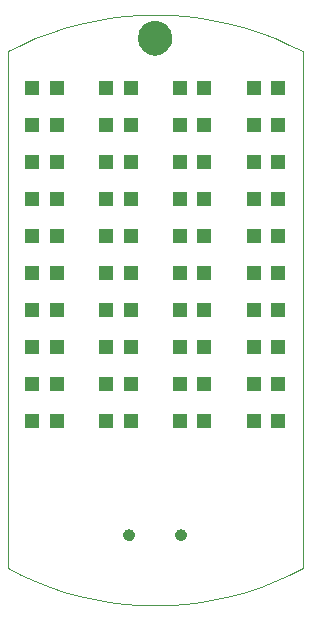
<source format=gbs>
G75*
G70*
%OFA0B0*%
%FSLAX24Y24*%
%IPPOS*%
%LPD*%
%AMOC8*
5,1,8,0,0,1.08239X$1,22.5*
%
%ADD10C,0.0010*%
%ADD11C,0.0000*%
%ADD12C,0.1142*%
%ADD13R,0.0512X0.0512*%
%ADD14C,0.0394*%
D10*
X001794Y001371D02*
X001794Y018596D01*
X001794Y001371D02*
X002251Y001141D01*
X002720Y000934D01*
X003198Y000750D01*
X003685Y000590D01*
X004179Y000453D01*
X004679Y000341D01*
X005183Y000254D01*
X005692Y000191D01*
X006203Y000154D01*
X006715Y000141D01*
X007227Y000154D01*
X007738Y000191D01*
X008247Y000254D01*
X008751Y000341D01*
X009251Y000453D01*
X009745Y000590D01*
X010232Y000750D01*
X010710Y000934D01*
X011179Y001141D01*
X011636Y001371D01*
X011637Y001371D02*
X011637Y018596D01*
X011636Y018596D02*
X011179Y018826D01*
X010710Y019033D01*
X010232Y019217D01*
X009745Y019377D01*
X009251Y019514D01*
X008751Y019626D01*
X008247Y019713D01*
X007738Y019776D01*
X007227Y019813D01*
X006715Y019826D01*
X006203Y019813D01*
X005692Y019776D01*
X005183Y019713D01*
X004679Y019626D01*
X004179Y019514D01*
X003685Y019377D01*
X003198Y019217D01*
X002720Y019033D01*
X002251Y018826D01*
X001794Y018596D01*
D11*
X006143Y019041D02*
X006145Y019088D01*
X006151Y019134D01*
X006161Y019180D01*
X006174Y019225D01*
X006192Y019268D01*
X006213Y019310D01*
X006237Y019350D01*
X006265Y019387D01*
X006296Y019422D01*
X006330Y019455D01*
X006366Y019484D01*
X006405Y019510D01*
X006446Y019533D01*
X006489Y019552D01*
X006533Y019568D01*
X006578Y019580D01*
X006624Y019588D01*
X006671Y019592D01*
X006717Y019592D01*
X006764Y019588D01*
X006810Y019580D01*
X006855Y019568D01*
X006899Y019552D01*
X006942Y019533D01*
X006983Y019510D01*
X007022Y019484D01*
X007058Y019455D01*
X007092Y019422D01*
X007123Y019387D01*
X007151Y019350D01*
X007175Y019310D01*
X007196Y019268D01*
X007214Y019225D01*
X007227Y019180D01*
X007237Y019134D01*
X007243Y019088D01*
X007245Y019041D01*
X007243Y018994D01*
X007237Y018948D01*
X007227Y018902D01*
X007214Y018857D01*
X007196Y018814D01*
X007175Y018772D01*
X007151Y018732D01*
X007123Y018695D01*
X007092Y018660D01*
X007058Y018627D01*
X007022Y018598D01*
X006983Y018572D01*
X006942Y018549D01*
X006899Y018530D01*
X006855Y018514D01*
X006810Y018502D01*
X006764Y018494D01*
X006717Y018490D01*
X006671Y018490D01*
X006624Y018494D01*
X006578Y018502D01*
X006533Y018514D01*
X006489Y018530D01*
X006446Y018549D01*
X006405Y018572D01*
X006366Y018598D01*
X006330Y018627D01*
X006296Y018660D01*
X006265Y018695D01*
X006237Y018732D01*
X006213Y018772D01*
X006192Y018814D01*
X006174Y018857D01*
X006161Y018902D01*
X006151Y018948D01*
X006145Y018994D01*
X006143Y019041D01*
X005651Y002481D02*
X005653Y002507D01*
X005659Y002533D01*
X005669Y002558D01*
X005682Y002581D01*
X005698Y002601D01*
X005718Y002619D01*
X005740Y002634D01*
X005763Y002646D01*
X005789Y002654D01*
X005815Y002658D01*
X005841Y002658D01*
X005867Y002654D01*
X005893Y002646D01*
X005917Y002634D01*
X005938Y002619D01*
X005958Y002601D01*
X005974Y002581D01*
X005987Y002558D01*
X005997Y002533D01*
X006003Y002507D01*
X006005Y002481D01*
X006003Y002455D01*
X005997Y002429D01*
X005987Y002404D01*
X005974Y002381D01*
X005958Y002361D01*
X005938Y002343D01*
X005916Y002328D01*
X005893Y002316D01*
X005867Y002308D01*
X005841Y002304D01*
X005815Y002304D01*
X005789Y002308D01*
X005763Y002316D01*
X005739Y002328D01*
X005718Y002343D01*
X005698Y002361D01*
X005682Y002381D01*
X005669Y002404D01*
X005659Y002429D01*
X005653Y002455D01*
X005651Y002481D01*
X007383Y002481D02*
X007385Y002507D01*
X007391Y002533D01*
X007401Y002558D01*
X007414Y002581D01*
X007430Y002601D01*
X007450Y002619D01*
X007472Y002634D01*
X007495Y002646D01*
X007521Y002654D01*
X007547Y002658D01*
X007573Y002658D01*
X007599Y002654D01*
X007625Y002646D01*
X007649Y002634D01*
X007670Y002619D01*
X007690Y002601D01*
X007706Y002581D01*
X007719Y002558D01*
X007729Y002533D01*
X007735Y002507D01*
X007737Y002481D01*
X007735Y002455D01*
X007729Y002429D01*
X007719Y002404D01*
X007706Y002381D01*
X007690Y002361D01*
X007670Y002343D01*
X007648Y002328D01*
X007625Y002316D01*
X007599Y002308D01*
X007573Y002304D01*
X007547Y002304D01*
X007521Y002308D01*
X007495Y002316D01*
X007471Y002328D01*
X007450Y002343D01*
X007430Y002361D01*
X007414Y002381D01*
X007401Y002404D01*
X007391Y002429D01*
X007385Y002455D01*
X007383Y002481D01*
D12*
X006694Y019041D03*
D13*
X005898Y017366D03*
X005898Y016135D03*
X005898Y014905D03*
X005898Y013675D03*
X005898Y012444D03*
X005898Y011214D03*
X005072Y011214D03*
X005072Y012444D03*
X005072Y013675D03*
X005072Y014905D03*
X005072Y016135D03*
X005072Y017366D03*
X003438Y017366D03*
X003438Y016135D03*
X003438Y014905D03*
X003438Y013675D03*
X003438Y012444D03*
X003438Y011214D03*
X002611Y011214D03*
X002611Y012444D03*
X002611Y013675D03*
X002611Y014905D03*
X002611Y016135D03*
X002611Y017366D03*
X002611Y009984D03*
X002611Y008753D03*
X002611Y007523D03*
X002611Y006293D03*
X003438Y006293D03*
X003438Y007523D03*
X003438Y008753D03*
X003438Y009984D03*
X005072Y009984D03*
X005072Y008753D03*
X005072Y007523D03*
X005072Y006293D03*
X005898Y006293D03*
X005898Y007523D03*
X005898Y008753D03*
X005898Y009984D03*
X007532Y009984D03*
X007532Y008753D03*
X007532Y007523D03*
X007532Y006293D03*
X008359Y006293D03*
X008359Y007523D03*
X008359Y008753D03*
X008359Y009984D03*
X008359Y011214D03*
X008359Y012444D03*
X008359Y013675D03*
X008359Y014905D03*
X008359Y016135D03*
X008359Y017366D03*
X007532Y017366D03*
X007532Y016135D03*
X007532Y014905D03*
X007532Y013675D03*
X007532Y012444D03*
X007532Y011214D03*
X009993Y011214D03*
X009993Y012444D03*
X009993Y013675D03*
X009993Y014905D03*
X009993Y016135D03*
X009993Y017366D03*
X010820Y017366D03*
X010820Y016135D03*
X010820Y014905D03*
X010820Y013675D03*
X010820Y012444D03*
X010820Y011214D03*
X010820Y009984D03*
X010820Y008753D03*
X010820Y007523D03*
X010820Y006293D03*
X009993Y006293D03*
X009993Y007523D03*
X009993Y008753D03*
X009993Y009984D03*
D14*
X007560Y002481D03*
X005828Y002481D03*
M02*

</source>
